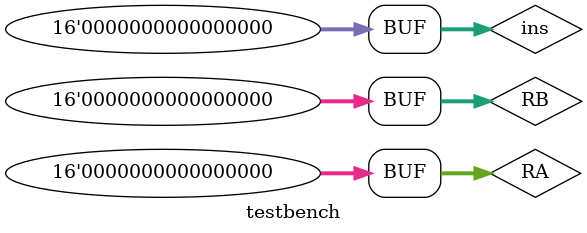
<source format=v>
`timescale 1ns / 1ps

module testbench ( );

	reg [15:0] RA, RB, ins;
	wire [15:0] RA_OUT, RB_OUT;

	blue1 U1 (RA, RB, ins, RA_OUT, RB_OUT);

	initial begin
	
	RA = 000000000000000;
	RB = 000000000000000;
	ins = 000000000000000;

	//generate pattern
    	
	#10 ;
	end
endmodule

</source>
